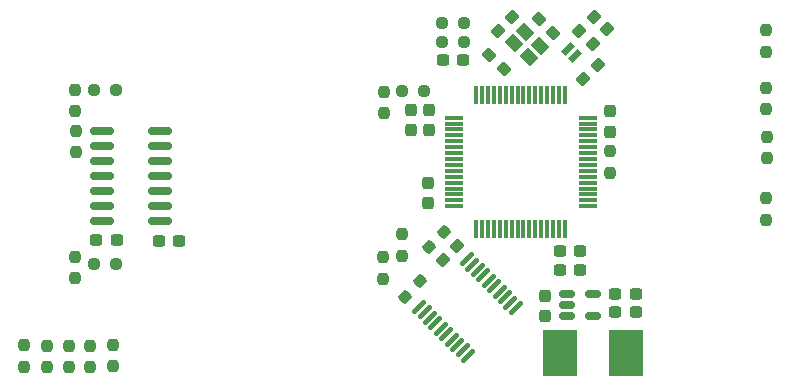
<source format=gtp>
%TF.GenerationSoftware,KiCad,Pcbnew,(6.0.10-0)*%
%TF.CreationDate,2023-01-29T13:48:32-06:00*%
%TF.ProjectId,spudglo_driver_v4p2,73707564-676c-46f5-9f64-72697665725f,rev?*%
%TF.SameCoordinates,Original*%
%TF.FileFunction,Paste,Top*%
%TF.FilePolarity,Positive*%
%FSLAX46Y46*%
G04 Gerber Fmt 4.6, Leading zero omitted, Abs format (unit mm)*
G04 Created by KiCad (PCBNEW (6.0.10-0)) date 2023-01-29 13:48:32*
%MOMM*%
%LPD*%
G01*
G04 APERTURE LIST*
G04 Aperture macros list*
%AMRoundRect*
0 Rectangle with rounded corners*
0 $1 Rounding radius*
0 $2 $3 $4 $5 $6 $7 $8 $9 X,Y pos of 4 corners*
0 Add a 4 corners polygon primitive as box body*
4,1,4,$2,$3,$4,$5,$6,$7,$8,$9,$2,$3,0*
0 Add four circle primitives for the rounded corners*
1,1,$1+$1,$2,$3*
1,1,$1+$1,$4,$5*
1,1,$1+$1,$6,$7*
1,1,$1+$1,$8,$9*
0 Add four rect primitives between the rounded corners*
20,1,$1+$1,$2,$3,$4,$5,0*
20,1,$1+$1,$4,$5,$6,$7,0*
20,1,$1+$1,$6,$7,$8,$9,0*
20,1,$1+$1,$8,$9,$2,$3,0*%
%AMRotRect*
0 Rectangle, with rotation*
0 The origin of the aperture is its center*
0 $1 length*
0 $2 width*
0 $3 Rotation angle, in degrees counterclockwise*
0 Add horizontal line*
21,1,$1,$2,0,0,$3*%
G04 Aperture macros list end*
%ADD10RoundRect,0.237500X0.250000X0.237500X-0.250000X0.237500X-0.250000X-0.237500X0.250000X-0.237500X0*%
%ADD11RoundRect,0.237500X-0.044194X-0.380070X0.380070X0.044194X0.044194X0.380070X-0.380070X-0.044194X0*%
%ADD12RotRect,0.575000X1.140000X135.000000*%
%ADD13RotRect,1.000000X1.200000X45.000000*%
%ADD14RoundRect,0.237500X-0.380070X0.044194X0.044194X-0.380070X0.380070X-0.044194X-0.044194X0.380070X0*%
%ADD15RoundRect,0.237500X-0.300000X-0.237500X0.300000X-0.237500X0.300000X0.237500X-0.300000X0.237500X0*%
%ADD16RoundRect,0.237500X0.380070X-0.044194X-0.044194X0.380070X-0.380070X0.044194X0.044194X-0.380070X0*%
%ADD17RoundRect,0.237500X0.300000X0.237500X-0.300000X0.237500X-0.300000X-0.237500X0.300000X-0.237500X0*%
%ADD18RoundRect,0.237500X-0.237500X0.300000X-0.237500X-0.300000X0.237500X-0.300000X0.237500X0.300000X0*%
%ADD19RoundRect,0.237500X0.237500X-0.300000X0.237500X0.300000X-0.237500X0.300000X-0.237500X-0.300000X0*%
%ADD20RoundRect,0.237500X-0.237500X0.250000X-0.237500X-0.250000X0.237500X-0.250000X0.237500X0.250000X0*%
%ADD21RoundRect,0.237500X-0.008839X-0.344715X0.344715X0.008839X0.008839X0.344715X-0.344715X-0.008839X0*%
%ADD22RoundRect,0.237500X-0.250000X-0.237500X0.250000X-0.237500X0.250000X0.237500X-0.250000X0.237500X0*%
%ADD23RoundRect,0.237500X0.237500X-0.250000X0.237500X0.250000X-0.237500X0.250000X-0.237500X-0.250000X0*%
%ADD24RoundRect,0.075000X-0.075000X0.700000X-0.075000X-0.700000X0.075000X-0.700000X0.075000X0.700000X0*%
%ADD25RoundRect,0.075000X-0.700000X0.075000X-0.700000X-0.075000X0.700000X-0.075000X0.700000X0.075000X0*%
%ADD26RoundRect,0.150000X0.825000X0.150000X-0.825000X0.150000X-0.825000X-0.150000X0.825000X-0.150000X0*%
%ADD27RoundRect,0.100000X0.380070X0.521491X-0.521491X-0.380070X-0.380070X-0.521491X0.521491X0.380070X0*%
%ADD28RoundRect,0.150000X-0.512500X-0.150000X0.512500X-0.150000X0.512500X0.150000X-0.512500X0.150000X0*%
%ADD29R,3.000000X4.000000*%
G04 APERTURE END LIST*
D10*
%TO.C,R23*%
X237250000Y-51300000D03*
X235425000Y-51300000D03*
%TD*%
D11*
%TO.C,C5*%
X247048318Y-50378318D03*
X248268078Y-49158558D03*
%TD*%
D12*
%TO.C,U7*%
X246691682Y-52471682D03*
X246108318Y-51888318D03*
%TD*%
D13*
%TO.C,U8*%
X241549340Y-51368579D03*
X242751421Y-52570660D03*
X243670660Y-51651421D03*
X242468579Y-50449340D03*
%TD*%
D14*
%TO.C,C13*%
X239430240Y-52380240D03*
X240650000Y-53600000D03*
%TD*%
D15*
%TO.C,C2*%
X206140000Y-68110000D03*
X207865000Y-68110000D03*
%TD*%
D11*
%TO.C,C3*%
X240140240Y-50379760D03*
X241360000Y-49160000D03*
%TD*%
%TO.C,C4*%
X249388078Y-50238558D03*
X248168318Y-51458318D03*
%TD*%
%TO.C,C6*%
X235470000Y-69770000D03*
X236689760Y-68550240D03*
%TD*%
D16*
%TO.C,C7*%
X244820000Y-50580000D03*
X243600240Y-49360240D03*
%TD*%
D17*
%TO.C,C8*%
X237202500Y-52870000D03*
X235477500Y-52870000D03*
%TD*%
D18*
%TO.C,C9*%
X249670000Y-57177500D03*
X249670000Y-58902500D03*
%TD*%
D19*
%TO.C,C10*%
X234300000Y-58772500D03*
X234300000Y-57047500D03*
%TD*%
D11*
%TO.C,C11*%
X247370120Y-54469880D03*
X248589880Y-53250120D03*
%TD*%
D19*
%TO.C,C12*%
X234260000Y-64955000D03*
X234260000Y-63230000D03*
%TD*%
%TO.C,C14*%
X232760000Y-58755000D03*
X232760000Y-57030000D03*
%TD*%
D18*
%TO.C,C15*%
X244100000Y-72797500D03*
X244100000Y-74522500D03*
%TD*%
D17*
%TO.C,C16*%
X247135000Y-69030000D03*
X245410000Y-69030000D03*
%TD*%
%TO.C,C17*%
X247132500Y-70590000D03*
X245407500Y-70590000D03*
%TD*%
D15*
%TO.C,C18*%
X250077500Y-72610000D03*
X251802500Y-72610000D03*
%TD*%
%TO.C,C19*%
X250077500Y-74200000D03*
X251802500Y-74200000D03*
%TD*%
D20*
%TO.C,R22*%
X200060000Y-77005000D03*
X200060000Y-78830000D03*
%TD*%
%TO.C,R21*%
X201980000Y-77025000D03*
X201980000Y-78850000D03*
%TD*%
%TO.C,R20*%
X205630000Y-77020000D03*
X205630000Y-78845000D03*
%TD*%
%TO.C,R19*%
X203870000Y-77037500D03*
X203870000Y-78862500D03*
%TD*%
%TO.C,R18*%
X207520000Y-76947500D03*
X207520000Y-78772500D03*
%TD*%
D21*
%TO.C,R17*%
X234329530Y-68690470D03*
X235620000Y-67400000D03*
%TD*%
D22*
%TO.C,R16*%
X235425000Y-49690000D03*
X237250000Y-49690000D03*
%TD*%
D20*
%TO.C,R15*%
X249660000Y-60550000D03*
X249660000Y-62375000D03*
%TD*%
D21*
%TO.C,R14*%
X232274765Y-72875235D03*
X233565235Y-71584765D03*
%TD*%
D23*
%TO.C,R13*%
X262890000Y-61172500D03*
X262890000Y-59347500D03*
%TD*%
D20*
%TO.C,R12*%
X262870000Y-55167500D03*
X262870000Y-56992500D03*
%TD*%
%TO.C,R11*%
X262880000Y-64560000D03*
X262880000Y-66385000D03*
%TD*%
D23*
%TO.C,R10*%
X262870000Y-52155000D03*
X262870000Y-50330000D03*
%TD*%
D20*
%TO.C,R9*%
X232000000Y-67595000D03*
X232000000Y-69420000D03*
%TD*%
D10*
%TO.C,R8*%
X233885000Y-55430000D03*
X232060000Y-55430000D03*
%TD*%
%TO.C,R7*%
X207785000Y-70100000D03*
X205960000Y-70100000D03*
%TD*%
%TO.C,R6*%
X207815000Y-55350000D03*
X205990000Y-55350000D03*
%TD*%
D20*
%TO.C,R5*%
X230470000Y-55510000D03*
X230470000Y-57335000D03*
%TD*%
%TO.C,R4*%
X204360000Y-69487500D03*
X204360000Y-71312500D03*
%TD*%
%TO.C,R3*%
X230430000Y-69527500D03*
X230430000Y-71352500D03*
%TD*%
%TO.C,R1*%
X204360000Y-55357500D03*
X204360000Y-57182500D03*
%TD*%
D15*
%TO.C,C1*%
X211447500Y-68130000D03*
X213172500Y-68130000D03*
%TD*%
D24*
%TO.C,U10*%
X245812000Y-55793000D03*
X245312000Y-55793000D03*
X244812000Y-55793000D03*
X244312000Y-55793000D03*
X243812000Y-55793000D03*
X243312000Y-55793000D03*
X242812000Y-55793000D03*
X242312000Y-55793000D03*
X241812000Y-55793000D03*
X241312000Y-55793000D03*
X240812000Y-55793000D03*
X240312000Y-55793000D03*
X239812000Y-55793000D03*
X239312000Y-55793000D03*
X238812000Y-55793000D03*
X238312000Y-55793000D03*
D25*
X236387000Y-57718000D03*
X236387000Y-58218000D03*
X236387000Y-58718000D03*
X236387000Y-59218000D03*
X236387000Y-59718000D03*
X236387000Y-60218000D03*
X236387000Y-60718000D03*
X236387000Y-61218000D03*
X236387000Y-61718000D03*
X236387000Y-62218000D03*
X236387000Y-62718000D03*
X236387000Y-63218000D03*
X236387000Y-63718000D03*
X236387000Y-64218000D03*
X236387000Y-64718000D03*
X236387000Y-65218000D03*
D24*
X238312000Y-67143000D03*
X238812000Y-67143000D03*
X239312000Y-67143000D03*
X239812000Y-67143000D03*
X240312000Y-67143000D03*
X240812000Y-67143000D03*
X241312000Y-67143000D03*
X241812000Y-67143000D03*
X242312000Y-67143000D03*
X242812000Y-67143000D03*
X243312000Y-67143000D03*
X243812000Y-67143000D03*
X244312000Y-67143000D03*
X244812000Y-67143000D03*
X245312000Y-67143000D03*
X245812000Y-67143000D03*
D25*
X247737000Y-65218000D03*
X247737000Y-64718000D03*
X247737000Y-64218000D03*
X247737000Y-63718000D03*
X247737000Y-63218000D03*
X247737000Y-62718000D03*
X247737000Y-62218000D03*
X247737000Y-61718000D03*
X247737000Y-61218000D03*
X247737000Y-60718000D03*
X247737000Y-60218000D03*
X247737000Y-59718000D03*
X247737000Y-59218000D03*
X247737000Y-58718000D03*
X247737000Y-58218000D03*
X247737000Y-57718000D03*
%TD*%
D26*
%TO.C,U2*%
X211545000Y-66510000D03*
X211545000Y-65240000D03*
X211545000Y-63970000D03*
X211545000Y-62700000D03*
X211545000Y-61430000D03*
X211545000Y-60160000D03*
X211545000Y-58890000D03*
X206595000Y-58890000D03*
X206595000Y-60160000D03*
X206595000Y-61430000D03*
X206595000Y-62700000D03*
X206595000Y-63970000D03*
X206595000Y-65240000D03*
X206595000Y-66510000D03*
%TD*%
D27*
%TO.C,U9*%
X241662380Y-73834194D03*
X241202761Y-73374575D03*
X240743142Y-72914955D03*
X240283522Y-72455336D03*
X239823903Y-71995717D03*
X239364283Y-71536097D03*
X238904664Y-71076478D03*
X238445045Y-70616858D03*
X237985425Y-70157239D03*
X237525806Y-69697620D03*
X233477620Y-73745806D03*
X233937239Y-74205425D03*
X234396858Y-74665045D03*
X234856478Y-75124664D03*
X235316097Y-75584283D03*
X235775717Y-76043903D03*
X236235336Y-76503522D03*
X236694955Y-76963142D03*
X237154575Y-77422761D03*
X237614194Y-77882380D03*
%TD*%
D28*
%TO.C,U11*%
X245962500Y-72630000D03*
X245962500Y-73580000D03*
X245962500Y-74530000D03*
X248237500Y-74530000D03*
X248237500Y-72630000D03*
%TD*%
D20*
%TO.C,R2*%
X204460000Y-58837500D03*
X204460000Y-60662500D03*
%TD*%
D29*
%TO.C,F1*%
X251010000Y-77660000D03*
X245410000Y-77660000D03*
%TD*%
M02*

</source>
